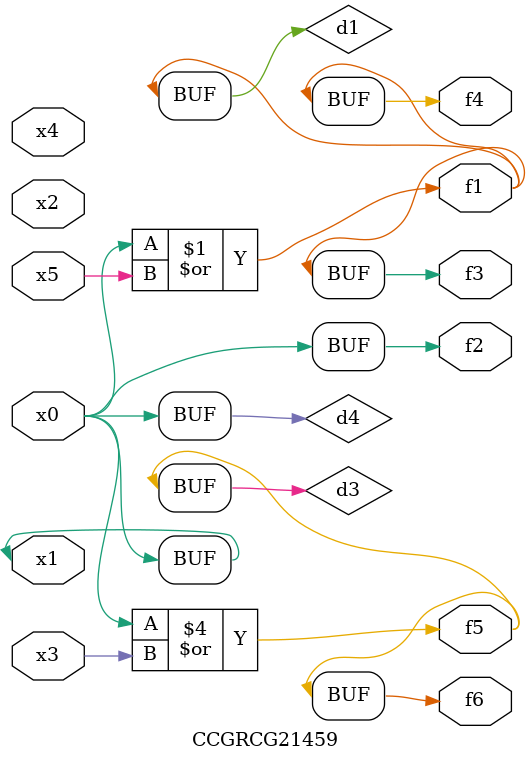
<source format=v>
module CCGRCG21459(
	input x0, x1, x2, x3, x4, x5,
	output f1, f2, f3, f4, f5, f6
);

	wire d1, d2, d3, d4;

	or (d1, x0, x5);
	xnor (d2, x1, x4);
	or (d3, x0, x3);
	buf (d4, x0, x1);
	assign f1 = d1;
	assign f2 = d4;
	assign f3 = d1;
	assign f4 = d1;
	assign f5 = d3;
	assign f6 = d3;
endmodule

</source>
